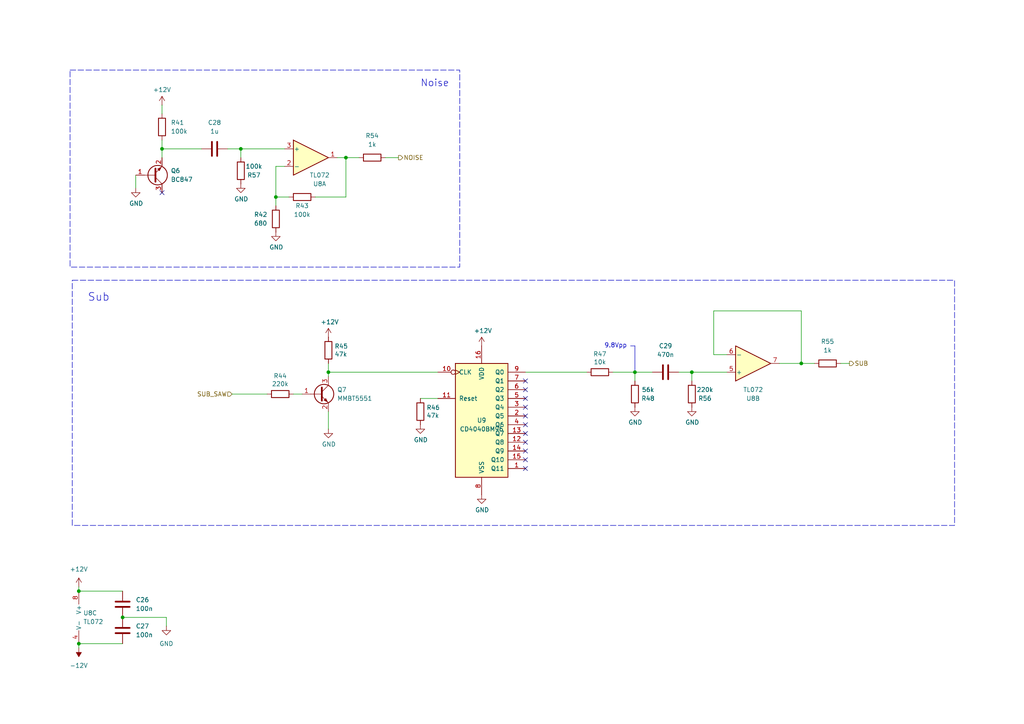
<source format=kicad_sch>
(kicad_sch (version 20250114) (generator "eeschema") (generator_version "9.0")
  (paper "A4")
  (title_block (title "Moduleur VCO core") (date "2026-02-21") (rev "v1.0") (company "Shmøergh"))
  (lib_symbols
    (symbol "4xxx:4040" (pin_names (offset 1.016))
      (property "Reference" "U" (at -7.62 16.51 0))
      (property "Value" "4040" (at -7.62 -19.05 0))
      (symbol "4040_1_0"
        (pin input inverted_clock (at -12.7 12.7 0) (length 5.08) (name "CLK") (number "10"))
        (pin input line (at -12.7 5.08 0) (length 5.08) (name "Reset") (number "11"))
        (pin power_in line (at 0 20.32 270) (length 5.08) (name "VDD") (number "16"))
        (pin power_in line (at 0 -22.86 90) (length 5.08) (name "VSS") (number "8"))
        (pin output line (at 12.7 12.7 180) (length 5.08) (name "Q0") (number "9"))
        (pin output line (at 12.7 10.16 180) (length 5.08) (name "Q1") (number "7"))
        (pin output line (at 12.7 7.62 180) (length 5.08) (name "Q2") (number "6"))
        (pin output line (at 12.7 5.08 180) (length 5.08) (name "Q3") (number "5"))
        (pin output line (at 12.7 2.54 180) (length 5.08) (name "Q4") (number "3"))
        (pin output line (at 12.7 0 180) (length 5.08) (name "Q5") (number "2"))
        (pin output line (at 12.7 -2.54 180) (length 5.08) (name "Q6") (number "4"))
        (pin output line (at 12.7 -5.08 180) (length 5.08) (name "Q7") (number "13"))
        (pin output line (at 12.7 -7.62 180) (length 5.08) (name "Q8") (number "12"))
        (pin output line (at 12.7 -10.16 180) (length 5.08) (name "Q9") (number "14"))
        (pin output line (at 12.7 -12.7 180) (length 5.08) (name "Q10") (number "15"))
        (pin output line (at 12.7 -15.24 180) (length 5.08) (name "Q11") (number "1"))
      )
      (symbol "4040_1_1"
        (rectangle (start -7.62 15.24) (end 7.62 -17.78) (stroke (width 0.254)) (fill (type background)))
      )
    )
    (symbol "Amplifier_Operational:TL072" (pin_names (offset 0.127))
      (property "Reference" "U" (at 0 5.08 0))
      (property "Value" "TL072" (at 0 -5.08 0))
      (symbol "TL072_1_1"
        (polyline (pts (xy -5.08 5.08) (xy 5.08 0) (xy -5.08 -5.08) (xy -5.08 5.08)) (stroke (width 0.254)) (fill (type background)))
        (pin input line (at -7.62 2.54 0) (length 2.54) (name "+") (number "3"))
        (pin input line (at -7.62 -2.54 0) (length 2.54) (name "-") (number "2"))
        (pin output line (at 7.62 0 180) (length 2.54) (name "~") (number "1"))
      )
      (symbol "TL072_2_1"
        (polyline (pts (xy -5.08 5.08) (xy 5.08 0) (xy -5.08 -5.08) (xy -5.08 5.08)) (stroke (width 0.254)) (fill (type background)))
        (pin input line (at -7.62 2.54 0) (length 2.54) (name "+") (number "5"))
        (pin input line (at -7.62 -2.54 0) (length 2.54) (name "-") (number "6"))
        (pin output line (at 7.62 0 180) (length 2.54) (name "~") (number "7"))
      )
      (symbol "TL072_3_1"
        (pin power_in line (at -2.54 7.62 270) (length 3.81) (name "V+") (number "8"))
        (pin power_in line (at -2.54 -7.62 90) (length 3.81) (name "V-") (number "4"))
      )
    )
    (symbol "Device:C" (pin_numbers (hide yes)) (pin_names (offset 0.254))
      (property "Reference" "C" (at 0.635 2.54 0))
      (property "Value" "C" (at 0.635 -2.54 0))
      (symbol "C_0_1"
        (polyline (pts (xy -2.032 0.762) (xy 2.032 0.762)) (stroke (width 0.508)))
        (polyline (pts (xy -2.032 -0.762) (xy 2.032 -0.762)) (stroke (width 0.508)))
      )
      (symbol "C_1_1"
        (pin passive line (at 0 3.81 270) (length 2.794) (name "~") (number "1"))
        (pin passive line (at 0 -3.81 90) (length 2.794) (name "~") (number "2"))
      )
    )
    (symbol "Device:R" (pin_numbers (hide yes)) (pin_names (offset 0))
      (property "Reference" "R" (at 2.032 0 90))
      (property "Value" "R" (at 0 0 90))
      (symbol "R_0_1"
        (rectangle (start -1.016 -2.54) (end 1.016 2.54) (stroke (width 0.254)))
      )
      (symbol "R_1_1"
        (pin passive line (at 0 3.81 270) (length 1.27) (name "~") (number "1"))
        (pin passive line (at 0 -3.81 90) (length 1.27) (name "~") (number "2"))
      )
    )
    (symbol "Transistor_BJT:BC847" (pin_names (offset 0) (hide yes))
      (property "Reference" "Q" (at 5.08 1.905 0))
      (property "Value" "BC847" (at 5.08 0 0))
      (symbol "BC847_0_1"
        (polyline (pts (xy -2.54 0) (xy 0.635 0)))
        (polyline (pts (xy 0.635 1.905) (xy 0.635 -1.905)) (stroke (width 0.508)))
        (circle (center 1.27 0) (radius 2.8194) (stroke (width 0.254)))
      )
      (symbol "BC847_1_1"
        (polyline (pts (xy 0.635 0.635) (xy 2.54 2.54)))
        (polyline (pts (xy 0.635 -0.635) (xy 2.54 -2.54)))
        (polyline (pts (xy 1.27 -1.778) (xy 1.778 -1.27) (xy 2.286 -2.286) (xy 1.27 -1.778)) (fill (type outline)))
        (pin input line (at -5.08 0 0) (length 2.54) (name "B") (number "1"))
        (pin passive line (at 2.54 5.08 270) (length 2.54) (name "C") (number "3"))
        (pin passive line (at 2.54 -5.08 90) (length 2.54) (name "E") (number "2"))
      )
    )
    (symbol "power:+12V" (power) (pin_numbers (hide yes)) (pin_names (offset 0) (hide yes))
      (property "Value" "+12V" (at 0 3.556 0))
      (symbol "+12V_0_1"
        (polyline (pts (xy -0.762 1.27) (xy 0 2.54)))
        (polyline (pts (xy 0 2.54) (xy 0.762 1.27)))
        (polyline (pts (xy 0 0) (xy 0 2.54)))
      )
      (symbol "+12V_1_1"
        (pin power_in line (at 0 0 90) (length 0) (name "~") (number "1"))
      )
    )
    (symbol "power:-12V" (power) (pin_numbers (hide yes)) (pin_names (offset 0) (hide yes))
      (property "Value" "-12V" (at 0 3.556 0))
      (symbol "-12V_0_0"
        (pin power_in line (at 0 0 90) (length 0) (name "~") (number "1"))
      )
      (symbol "-12V_0_1"
        (polyline (pts (xy 0 0) (xy 0 1.27) (xy 0.762 1.27) (xy 0 2.54) (xy -0.762 1.27) (xy 0 1.27)) (fill (type outline)))
      )
    )
    (symbol "power:GND" (power) (pin_numbers (hide yes)) (pin_names (offset 0) (hide yes))
      (property "Value" "GND" (at 0 -3.81 0))
      (symbol "GND_0_1"
        (polyline (pts (xy 0 0) (xy 0 -1.27) (xy 1.27 -1.27) (xy 0 -2.54) (xy -1.27 -1.27) (xy 0 -1.27)))
      )
      (symbol "GND_1_1"
        (pin power_in line (at 0 0 270) (length 0) (name "~") (number "1"))
      )
    )
  )
  (rectangle (start 20.32 20.32) (end 133.35 77.47) (stroke (width 0) (type dash)))
  (rectangle (start 20.955 81.28) (end 276.86 152.4) (stroke (width 0) (type dash)))
  (text "Noise" (at 121.92 25.4 0) (effects (font (size 2 2)) (justify left bottom)))
  (text "9.8Vpp" (at 175.26 100.33 0) (effects (font (size 1.27 1.27)) (justify left)))
  (text "Sub" (at 25.4 87.63 0) (effects (font (size 2.2606 2.2606)) (justify left bottom)))
  (junction (at 95.25 107.95))
  (junction (at 69.85 43.18))
  (junction (at 200.66 107.95))
  (junction (at 80.01 57.15))
  (junction (at 100.33 45.72))
  (junction (at 232.41 105.41))
  (junction (at 46.99 43.18))
  (junction (at 184.15 107.95))
  (junction (at 22.86 186.69))
  (junction (at 22.86 171.45))
  (junction (at 35.56 179.07))
  (no_connect (at 152.4 113.03))
  (no_connect (at 152.4 128.27))
  (no_connect (at 152.4 115.57))
  (no_connect (at 152.4 130.81))
  (no_connect (at 152.4 118.11))
  (no_connect (at 46.99 55.88))
  (no_connect (at 152.4 123.19))
  (no_connect (at 152.4 133.35))
  (no_connect (at 152.4 125.73))
  (no_connect (at 152.4 110.49))
  (no_connect (at 152.4 120.65))
  (no_connect (at 152.4 135.89))
  (wire (pts (xy 22.86 171.45) (xy 35.56 171.45)))
  (wire (pts (xy 91.44 57.15) (xy 100.33 57.15)))
  (wire (pts (xy 77.47 114.3) (xy 67.31 114.3)))
  (wire (pts (xy 100.33 57.15) (xy 100.33 45.72)))
  (wire (pts (xy 69.85 43.18) (xy 69.85 45.72)))
  (wire (pts (xy 200.66 107.95) (xy 210.82 107.95)))
  (wire (pts (xy 48.26 179.07) (xy 35.56 179.07)))
  (wire (pts (xy 87.63 114.3) (xy 85.09 114.3)))
  (wire (pts (xy 80.01 57.15) (xy 80.01 59.69)))
  (wire (pts (xy 232.41 105.41) (xy 226.06 105.41)))
  (wire (pts (xy 177.8 107.95) (xy 184.15 107.95)))
  (wire (pts (xy 22.86 170.18) (xy 22.86 171.45)))
  (polyline (pts (xy 182.88 100.33) (xy 184.15 100.33)))
  (wire (pts (xy 39.37 54.61) (xy 39.37 50.8)))
  (wire (pts (xy 46.99 40.64) (xy 46.99 43.18)))
  (wire (pts (xy 46.99 43.18) (xy 46.99 45.72)))
  (wire (pts (xy 127 107.95) (xy 95.25 107.95)))
  (wire (pts (xy 232.41 90.17) (xy 232.41 105.41)))
  (wire (pts (xy 22.86 187.96) (xy 22.86 186.69)))
  (wire (pts (xy 95.25 105.41) (xy 95.25 107.95)))
  (wire (pts (xy 46.99 30.48) (xy 46.99 33.02)))
  (wire (pts (xy 100.33 45.72) (xy 104.14 45.72)))
  (wire (pts (xy 207.01 90.17) (xy 207.01 102.87)))
  (wire (pts (xy 66.04 43.18) (xy 69.85 43.18)))
  (wire (pts (xy 184.15 110.49) (xy 184.15 107.95)))
  (wire (pts (xy 196.85 107.95) (xy 200.66 107.95)))
  (wire (pts (xy 22.86 186.69) (xy 35.56 186.69)))
  (wire (pts (xy 80.01 48.26) (xy 80.01 57.15)))
  (wire (pts (xy 48.26 181.61) (xy 48.26 179.07)))
  (wire (pts (xy 69.85 43.18) (xy 82.55 43.18)))
  (wire (pts (xy 127 115.57) (xy 121.92 115.57)))
  (wire (pts (xy 243.84 105.41) (xy 246.38 105.41)))
  (wire (pts (xy 111.76 45.72) (xy 115.57 45.72)))
  (wire (pts (xy 46.99 43.18) (xy 58.42 43.18)))
  (wire (pts (xy 207.01 90.17) (xy 232.41 90.17)))
  (wire (pts (xy 200.66 107.95) (xy 200.66 110.49)))
  (wire (pts (xy 184.15 107.95) (xy 189.23 107.95)))
  (wire (pts (xy 152.4 107.95) (xy 170.18 107.95)))
  (wire (pts (xy 95.25 124.46) (xy 95.25 119.38)))
  (wire (pts (xy 95.25 107.95) (xy 95.25 109.22)))
  (wire (pts (xy 83.82 57.15) (xy 80.01 57.15)))
  (wire (pts (xy 80.01 48.26) (xy 82.55 48.26)))
  (wire (pts (xy 232.41 105.41) (xy 236.22 105.41)))
  (polyline (pts (xy 184.15 107.95) (xy 184.15 100.33)))
  (wire (pts (xy 100.33 45.72) (xy 97.79 45.72)))
  (wire (pts (xy 207.01 102.87) (xy 210.82 102.87)))
  (hierarchical_label "SUB_SAW" (shape input) (at 67.31 114.3 180))
  (hierarchical_label "SUB" (shape output) (at 246.38 105.41 0))
  (hierarchical_label "NOISE" (shape output) (at 115.57 45.72 0))
  (symbol (lib_id "Amplifier_Operational:TL072") (at 25.4 179.07 0) (unit 3)
    (property "Reference" "U8" (at 24.13 177.8 0) (effects (justify left)))
    (property "Value" "TL072" (at 24.13 180.34 0) (effects (justify left)))
    (property "Footprint" "Package_SO:SOIC-8_3.9x4.9mm_P1.27mm" (effects (hide yes)))
    (property "Datasheet" "http://www.ti.com/lit/ds/symlink/tl071.pdf" (effects (hide yes)))
    (property "LCSC" "C6961" (effects (hide yes)))
    (property "Vendor" "JLCPCB" (effects (hide yes)))
    (property "CHECKED" "YES" (effects (hide yes)))
  )
  (symbol (lib_id "Device:R") (at 200.66 114.3 180) (unit 1)
    (property "Reference" "R56" (at 204.47 115.57 0))
    (property "Value" "220k" (at 204.47 113.03 0))
    (property "Footprint" "Resistor_SMD:R_0603_1608Metric" (effects (hide yes)))
    (property "LCSC" "C22961" (effects (hide yes)))
    (property "Vendor" "JLCPCB" (effects (hide yes)))
    (property "CHECKED" "YES" (effects (hide yes)))
  )
  (symbol (lib_id "Amplifier_Operational:TL072") (at 90.17 45.72 0) (unit 1)
    (property "Reference" "U8" (at 92.71 53.34 0))
    (property "Value" "TL072" (at 92.71 50.8 0))
    (property "Footprint" "Package_SO:SOIC-8_3.9x4.9mm_P1.27mm" (effects (hide yes)))
    (property "Datasheet" "http://www.ti.com/lit/ds/symlink/tl071.pdf" (effects (hide yes)))
    (property "LCSC" "C6961" (effects (hide yes)))
    (property "Vendor" "JLCPCB" (effects (hide yes)))
    (property "CHECKED" "YES" (effects (hide yes)))
  )
  (symbol (lib_id "Device:R") (at 87.63 57.15 90) (unit 1)
    (property "Reference" "R43" (at 87.63 59.69 90))
    (property "Value" "100k" (at 87.63 62.23 90))
    (property "Footprint" "Resistor_SMD:R_0603_1608Metric" (effects (hide yes)))
    (property "LCSC" "C25803" (effects (hide yes)))
    (property "Vendor" "JLCPCB" (effects (hide yes)))
    (property "CHECKED" "YES" (effects (hide yes)))
  )
  (symbol (lib_id "Device:R") (at 95.25 101.6 0) (unit 1)
    (property "Reference" "R45" (at 97.028 100.4316 0) (effects (justify left)))
    (property "Value" "47k" (at 97.028 102.743 0) (effects (justify left)))
    (property "Footprint" "Resistor_SMD:R_0603_1608Metric" (effects (hide yes)))
    (property "LCSC" "C25819" (effects (hide yes)))
    (property "Vendor" "JLCPCB" (effects (hide yes)))
    (property "CHECKED" "YES" (effects (hide yes)))
  )
  (symbol (lib_id "Device:R") (at 184.15 114.3 180) (unit 1)
    (property "Reference" "R48" (at 187.96 115.57 0))
    (property "Value" "56k" (at 187.96 113.03 0))
    (property "Footprint" "Resistor_SMD:R_0603_1608Metric" (effects (hide yes)))
    (property "LCSC" "C23206" (effects (hide yes)))
    (property "Vendor" "JLCPCB" (effects (hide yes)))
    (property "CHECKED" "YES" (effects (hide yes)))
  )
  (symbol (lib_id "power:+12V") (at 139.7 100.33 0) (unit 1)
    (property "Reference" "#PWR0109" (effects (hide yes)))
    (property "Value" "+12V" (at 140.081 95.9358 0))
    (property "Description" "Power symbol creates a global label with name \"+12V\"" (effects (hide yes)))
  )
  (symbol (lib_id "Device:R") (at 107.95 45.72 90) (unit 1)
    (property "Reference" "R54" (at 107.95 39.37 90))
    (property "Value" "1k" (at 107.95 41.91 90))
    (property "Footprint" "Resistor_SMD:R_0603_1608Metric" (effects (hide yes)))
    (property "LCSC" "C21190" (effects (hide yes)))
    (property "Vendor" "JLCPCB" (effects (hide yes)))
    (property "CHECKED" "YES" (effects (hide yes)))
  )
  (symbol (lib_id "Device:R") (at 46.99 36.83 0) (unit 1)
    (property "Reference" "R41" (at 49.53 35.5599 0) (effects (justify left)))
    (property "Value" "100k" (at 49.53 38.0999 0) (effects (justify left)))
    (property "Footprint" "Resistor_SMD:R_0603_1608Metric" (effects (hide yes)))
    (property "LCSC" "C25803" (effects (hide yes)))
    (property "Vendor" "JLCPCB" (effects (hide yes)))
    (property "CHECKED" "YES" (effects (hide yes)))
  )
  (symbol (lib_id "Device:R") (at 69.85 49.53 180) (unit 1)
    (property "Reference" "R57" (at 73.66 50.8 0))
    (property "Value" "100k" (at 73.66 48.26 0))
    (property "Footprint" "Resistor_SMD:R_0603_1608Metric" (effects (hide yes)))
    (property "LCSC" "C25803" (effects (hide yes)))
    (property "Vendor" "JLCPCB" (effects (hide yes)))
    (property "CHECKED" "YES" (effects (hide yes)))
  )
  (symbol (lib_id "Device:C") (at 35.56 182.88 0) (unit 1)
    (property "Reference" "C27" (at 39.37 181.61 0) (effects (justify left)))
    (property "Value" "100n" (at 39.37 184.15 0) (effects (justify left)))
    (property "Footprint" "Capacitor_SMD:C_0603_1608Metric" (effects (hide yes)))
    (property "LCSC" "C14663" (effects (hide yes)))
    (property "Vendor" "JLCPCB" (effects (hide yes)))
    (property "CHECKED" "YES" (effects (hide yes)))
  )
  (symbol (lib_id "Device:R") (at 173.99 107.95 270) (unit 1)
    (property "Reference" "R47" (at 173.99 102.6922 90))
    (property "Value" "10k" (at 173.99 105.0036 90))
    (property "Footprint" "Resistor_SMD:R_0603_1608Metric" (effects (hide yes)))
    (property "LCSC" "C25804" (effects (hide yes)))
    (property "Vendor" "JLCPCB" (effects (hide yes)))
    (property "CHECKED" "YES" (effects (hide yes)))
  )
  (symbol (lib_id "power:GND") (at 184.15 118.11 0) (unit 1)
    (property "Reference" "#PWR0112" (effects (hide yes)))
    (property "Value" "GND" (at 184.277 122.5042 0))
    (property "Description" "Power symbol creates a global label with name \"GND\" , ground" (effects (hide yes)))
  )
  (symbol (lib_id "Device:C") (at 193.04 107.95 90) (unit 1)
    (property "Reference" "C29" (at 193.04 100.33 90))
    (property "Value" "470n" (at 193.04 102.87 90))
    (property "Footprint" "Capacitor_THT:C_Rect_L7.2mm_W3.5mm_P5.00mm_FKS2_FKP2_MKS2_MKP2" (effects (hide yes)))
    (property "Description" "Film cap" (effects (hide yes)))
    (property "Part URL" "https://mou.sr/4lPhH2D" (effects (hide yes)))
    (property "Vendor" "Mouser" (effects (hide yes)))
    (property "CHECKED" "YES" (effects (hide yes)))
    (property "Mouser Part no." "80-R82DC3470DQ60K" (effects (hide yes)))
  )
  (symbol (lib_id "power:+12V") (at 95.25 97.79 0) (unit 1)
    (property "Reference" "#PWR0108" (effects (hide yes)))
    (property "Value" "+12V" (at 95.631 93.3958 0))
    (property "Description" "Power symbol creates a global label with name \"+12V\"" (effects (hide yes)))
  )
  (symbol (lib_id "Transistor_BJT:BC847") (at 44.45 50.8 0) (mirror x) (unit 1)
    (property "Reference" "Q6" (at 49.53 49.5299 0) (effects (justify left)))
    (property "Value" "BC847" (at 49.53 52.0699 0) (effects (justify left)))
    (property "Footprint" "Package_TO_SOT_SMD:SOT-23" (effects (hide yes)))
    (property "Datasheet" "http://www.infineon.com/dgdl/Infineon-BC847SERIES_BC848SERIES_BC849SERIES_BC850SERIES-DS-v01_01-en.pdf?fileId=db3a304314dca389011541d4630a1657" (effects (hide yes)))
    (property "Description" "0.1A Ic, 45V Vce, NPN Transistor, SOT-23" (effects (hide yes)))
    (property "Vendor" "JLCPCB" (effects (hide yes)))
    (property "LCSC" "C8664" (effects (hide yes)))
    (property "CHECKED" "YES" (effects (hide yes)))
  )
  (symbol (lib_id "power:GND") (at 48.26 181.61 0) (unit 1)
    (property "Reference" "#PWR0106" (effects (hide yes)))
    (property "Value" "GND" (at 48.26 186.69 0))
    (property "Description" "Power symbol creates a global label with name \"GND\" , ground" (effects (hide yes)))
  )
  (symbol (lib_id "Device:R") (at 80.01 63.5 180) (unit 1)
    (property "Reference" "R42" (at 73.66 62.23 0) (effects (justify right)))
    (property "Value" "680" (at 73.66 64.77 0) (effects (justify right)))
    (property "Footprint" "Resistor_SMD:R_0603_1608Metric" (effects (hide yes)))
    (property "LCSC" "C23228" (effects (hide yes)))
    (property "Vendor" "JLCPCB" (effects (hide yes)))
    (property "CHECKED" "YES" (effects (hide yes)))
  )
  (symbol (lib_id "Device:R") (at 240.03 105.41 90) (unit 1)
    (property "Reference" "R55" (at 240.03 99.06 90))
    (property "Value" "1k" (at 240.03 101.6 90))
    (property "Footprint" "Resistor_SMD:R_0603_1608Metric" (effects (hide yes)))
    (property "LCSC" "C21190" (effects (hide yes)))
    (property "Vendor" "JLCPCB" (effects (hide yes)))
    (property "CHECKED" "YES" (effects (hide yes)))
  )
  (symbol (lib_id "power:GND") (at 139.7 143.51 0) (unit 1)
    (property "Reference" "#PWR0110" (effects (hide yes)))
    (property "Value" "GND" (at 139.827 147.9042 0))
    (property "Description" "Power symbol creates a global label with name \"GND\" , ground" (effects (hide yes)))
  )
  (symbol (lib_id "Amplifier_Operational:TL072") (at 218.44 105.41 0) (mirror x) (unit 2)
    (property "Reference" "U8" (at 218.44 115.57 0))
    (property "Value" "TL072" (at 218.44 113.03 0))
    (property "Footprint" "Package_SO:SOIC-8_3.9x4.9mm_P1.27mm" (effects (hide yes)))
    (property "Datasheet" "http://www.ti.com/lit/ds/symlink/tl071.pdf" (effects (hide yes)))
    (property "LCSC" "C6961" (effects (hide yes)))
    (property "Vendor" "JLCPCB" (effects (hide yes)))
    (property "CHECKED" "YES" (effects (hide yes)))
  )
  (symbol (lib_id "power:GND") (at 200.66 118.11 0) (unit 1)
    (property "Reference" "#PWR064" (effects (hide yes)))
    (property "Value" "GND" (at 200.787 122.5042 0))
    (property "Description" "Power symbol creates a global label with name \"GND\" , ground" (effects (hide yes)))
  )
  (symbol (lib_id "power:-12V") (at 22.86 187.96 180) (unit 1)
    (property "Reference" "#PWR0107" (effects (hide yes)))
    (property "Value" "-12V" (at 22.86 193.04 0))
    (property "Description" "Power symbol creates a global label with name \"-12V\"" (effects (hide yes)))
  )
  (symbol (lib_id "power:GND") (at 39.37 54.61 0) (unit 1)
    (property "Reference" "#PWR066" (effects (hide yes)))
    (property "Value" "GND" (at 39.497 59.0042 0))
    (property "Description" "Power symbol creates a global label with name \"GND\" , ground" (effects (hide yes)))
  )
  (symbol (lib_id "Device:C") (at 35.56 175.26 0) (unit 1)
    (property "Reference" "C26" (at 39.37 173.99 0) (effects (justify left)))
    (property "Value" "100n" (at 39.37 176.53 0) (effects (justify left)))
    (property "Footprint" "Capacitor_SMD:C_0603_1608Metric" (effects (hide yes)))
    (property "LCSC" "C14663" (effects (hide yes)))
    (property "Vendor" "JLCPCB" (effects (hide yes)))
    (property "CHECKED" "YES" (effects (hide yes)))
  )
  (symbol (lib_id "power:GND") (at 121.92 123.19 0) (unit 1)
    (property "Reference" "#PWR0104" (effects (hide yes)))
    (property "Value" "GND" (at 122.047 127.5842 0))
    (property "Description" "Power symbol creates a global label with name \"GND\" , ground" (effects (hide yes)))
  )
  (symbol (lib_id "power:+12V") (at 46.99 30.48 0) (unit 1)
    (property "Reference" "#PWR0101" (effects (hide yes)))
    (property "Value" "+12V" (at 46.99 26.035 0))
    (property "Description" "Power symbol creates a global label with name \"+12V\"" (effects (hide yes)))
  )
  (symbol (lib_id "power:GND") (at 69.85 53.34 0) (unit 1)
    (property "Reference" "#PWR065" (effects (hide yes)))
    (property "Value" "GND" (at 69.977 57.7342 0))
    (property "Description" "Power symbol creates a global label with name \"GND\" , ground" (effects (hide yes)))
  )
  (symbol (lib_id "Device:R") (at 121.92 119.38 0) (unit 1)
    (property "Reference" "R46" (at 123.698 118.2116 0) (effects (justify left)))
    (property "Value" "47k" (at 123.698 120.523 0) (effects (justify left)))
    (property "Footprint" "Resistor_SMD:R_0603_1608Metric" (effects (hide yes)))
    (property "LCSC" "C25819" (effects (hide yes)))
    (property "Vendor" "JLCPCB" (effects (hide yes)))
    (property "CHECKED" "YES" (effects (hide yes)))
  )
  (symbol (lib_id "power:GND") (at 80.01 67.31 0) (unit 1)
    (property "Reference" "#PWR067" (effects (hide yes)))
    (property "Value" "GND" (at 80.137 71.7042 0))
    (property "Description" "Power symbol creates a global label with name \"GND\" , ground" (effects (hide yes)))
  )
  (symbol (lib_id "Device:R") (at 81.28 114.3 270) (unit 1)
    (property "Reference" "R44" (at 81.28 109.0422 90))
    (property "Value" "220k" (at 81.28 111.3536 90))
    (property "Footprint" "Resistor_SMD:R_0603_1608Metric" (effects (hide yes)))
    (property "LCSC" "C22961" (effects (hide yes)))
    (property "Vendor" "JLCPCB" (effects (hide yes)))
    (property "CHECKED" "YES" (effects (hide yes)))
  )
  (symbol (lib_id "power:GND") (at 95.25 124.46 0) (unit 1)
    (property "Reference" "#PWR0103" (effects (hide yes)))
    (property "Value" "GND" (at 95.377 128.8542 0))
    (property "Description" "Power symbol creates a global label with name \"GND\" , ground" (effects (hide yes)))
  )
  (symbol (lib_id "Transistor_BJT:BC847") (at 92.71 114.3 0) (unit 1)
    (property "Reference" "Q7" (at 97.79 113.0299 0) (effects (justify left)))
    (property "Value" "MMBT5551" (at 97.79 115.5699 0) (effects (justify left)))
    (property "Footprint" "Package_TO_SOT_SMD:SOT-23" (effects (hide yes)))
    (property "Datasheet" "http://www.infineon.com/dgdl/Infineon-BC847SERIES_BC848SERIES_BC849SERIES_BC850SERIES-DS-v01_01-en.pdf?fileId=db3a304314dca389011541d4630a1657" (effects (hide yes)))
    (property "Description" "0.1A Ic, 45V Vce, NPN Transistor, SOT-23" (effects (hide yes)))
    (property "LCSC" "C2145" (effects (hide yes)))
    (property "Vendor" "JLCPCB" (effects (hide yes)))
    (property "CHECKED" "YES" (effects (hide yes)))
  )
  (symbol (lib_id "power:+12V") (at 22.86 170.18 0) (unit 1)
    (property "Reference" "#PWR0105" (effects (hide yes)))
    (property "Value" "+12V" (at 22.86 165.1 0))
    (property "Description" "Power symbol creates a global label with name \"+12V\"" (effects (hide yes)))
  )
  (symbol (lib_id "Device:C") (at 62.23 43.18 90) (unit 1)
    (property "Reference" "C28" (at 62.23 35.56 90))
    (property "Value" "1u" (at 62.23 38.1 90))
    (property "Footprint" "Capacitor_SMD:C_0603_1608Metric" (effects (hide yes)))
    (property "Description" "Unpolarized capacitor" (effects (hide yes)))
    (property "Vendor" "JLCPCB" (effects (hide yes)))
    (property "LCSC" "C15849" (effects (hide yes)))
    (property "CHECKED" "YES" (effects (hide yes)))
  )
  (symbol (lib_id "4xxx:4040") (at 139.7 120.65 0) (unit 1)
    (property "Reference" "U9" (at 139.7 121.92 0))
    (property "Value" "CD4040BM96" (at 139.7 124.46 0))
    (property "Footprint" "Package_SO:SOIC-16_3.9x9.9mm_P1.27mm" (effects (hide yes)))
    (property "Datasheet" "http://www.intersil.com/content/dam/Intersil/documents/cd40/cd4020bms-24bms-40bms.pdf" (effects (hide yes)))
    (property "LCSC" "C353974" (effects (hide yes)))
    (property "Vendor" "JLCPCB" (effects (hide yes)))
    (property "CHECKED" "YES" (effects (hide yes)))
  )
)
</source>
